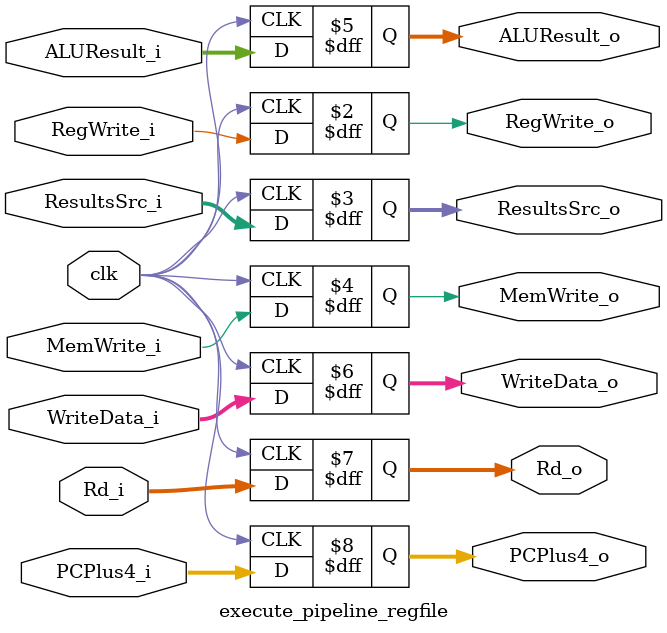
<source format=sv>
module execute_pipeline_regfile #(
    parameter   DATA_WIDTH = 32
) (
    input logic                     clk,

    input logic                     RegWrite_i,
    input logic [1:0]               ResultsSrc_i,
    input logic                     MemWrite_i,
    input logic [DATA_WIDTH-1:0]    ALUResult_i,
    input logic [DATA_WIDTH-1:0]    WriteData_i,
    input logic [4:0]               Rd_i,
    input logic [DATA_WIDTH-1:0]    PCPlus4_i,
    
    output logic                    RegWrite_o,
    output logic [1:0]              ResultsSrc_o,
    output logic                    MemWrite_o,
    output logic [DATA_WIDTH-1:0]   ALUResult_o,
    output logic [DATA_WIDTH-1:0]   WriteData_o,
    output logic [4:0]              Rd_o,
    output logic [DATA_WIDTH-1:0]   PCPlus4_o
);

    always_ff @ (negedge clk) begin

        RegWrite_o      <= RegWrite_i;
        ResultsSrc_o    <= ResultsSrc_i;
        MemWrite_o      <= MemWrite_i;
        ALUResult_o     <= ALUResult_i;
        WriteData_o     <= WriteData_i;
        Rd_o            <= Rd_i;
        PCPlus4_o       <= PCPlus4_i;
        
    end

endmodule

/*
TO REMOVE PIPELINING AND RETURN TO SINGLE-CYCLE:
- remove/comment out clock variable
- change "always_ff @ (negedge clk)" -- to -> "always_comb"
*/

</source>
